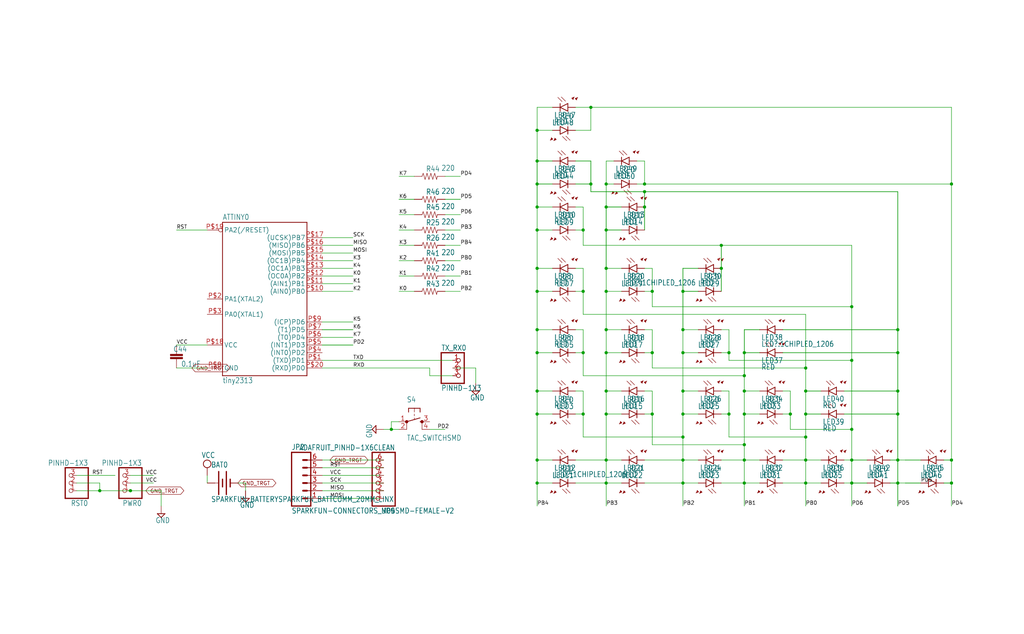
<source format=kicad_sch>
(kicad_sch (version 20250114) (generator "eeschema") (generator_version "9.0")
  (paper "User" 338.963 210.007)
  (junction (at 281.94 101.6))
  (junction (at 177.8 109.22))
  (junction (at 241.3 116.84))
  (junction (at 43.18 162.56))
  (junction (at 314.96 152.4))
  (junction (at 200.66 60.96))
  (junction (at 193.04 96.52))
  (junction (at 226.06 96.52))
  (junction (at 246.38 137.16))
  (junction (at 226.06 160.02))
  (junction (at 200.66 109.22))
  (junction (at 226.06 109.22))
  (junction (at 297.18 129.54))
  (junction (at 193.04 76.2))
  (junction (at 177.8 96.52))
  (junction (at 177.8 53.34))
  (junction (at 177.8 116.84))
  (junction (at 177.8 60.96))
  (junction (at 314.96 60.96))
  (junction (at 226.06 116.84))
  (junction (at 33.02 162.56))
  (junction (at 246.38 152.4))
  (junction (at 215.9 96.52))
  (junction (at 261.62 137.16))
  (junction (at 177.8 129.54))
  (junction (at 281.94 119.38))
  (junction (at 129.54 142.24))
  (junction (at 200.66 68.58))
  (junction (at 241.3 137.16))
  (junction (at 200.66 96.52))
  (junction (at 266.7 129.54))
  (junction (at 297.18 160.02))
  (junction (at 200.66 76.2))
  (junction (at 177.8 152.4))
  (junction (at 246.38 116.84))
  (junction (at 195.58 60.96))
  (junction (at 195.58 35.56))
  (junction (at 226.06 152.4))
  (junction (at 297.18 116.84))
  (junction (at 246.38 160.02))
  (junction (at 200.66 137.16))
  (junction (at 281.94 142.24))
  (junction (at 200.66 152.4))
  (junction (at 246.38 147.32))
  (junction (at 266.7 144.78))
  (junction (at 213.36 60.96))
  (junction (at 226.06 129.54))
  (junction (at 238.76 81.28))
  (junction (at 266.7 121.92))
  (junction (at 281.94 160.02))
  (junction (at 215.9 137.16))
  (junction (at 266.7 137.16))
  (junction (at 226.06 144.78))
  (junction (at 200.66 129.54))
  (junction (at 177.8 76.2))
  (junction (at 297.18 152.4))
  (junction (at 193.04 137.16))
  (junction (at 238.76 88.9))
  (junction (at 200.66 88.9))
  (junction (at 213.36 68.58))
  (junction (at 226.06 137.16))
  (junction (at 177.8 43.18))
  (junction (at 266.7 160.02))
  (junction (at 177.8 160.02))
  (junction (at 246.38 129.54))
  (junction (at 200.66 160.02))
  (junction (at 177.8 68.58))
  (junction (at 213.36 63.5))
  (junction (at 200.66 116.84))
  (junction (at 246.38 124.46))
  (junction (at 281.94 152.4))
  (junction (at 314.96 160.02))
  (junction (at 193.04 116.84))
  (junction (at 177.8 88.9))
  (junction (at 215.9 116.84))
  (junction (at 297.18 137.16))
  (junction (at 266.7 152.4))
  (junction (at 297.18 109.22))
  (junction (at 177.8 137.16))
  (wire (pts (xy 226.06 116.84) (xy 226.06 129.54)) (stroke (width 0.1524)))
  (wire (pts (xy 281.94 119.38) (xy 281.94 101.6)) (stroke (width 0.1524)))
  (wire (pts (xy 106.68 165.1) (xy 127 165.1)) (stroke (width 0.1524)))
  (wire (pts (xy 281.94 101.6) (xy 281.94 81.28)) (stroke (width 0.1524)))
  (wire (pts (xy 213.36 60.96) (xy 213.36 53.34)) (stroke (width 0.1524)))
  (wire (pts (xy 190.5 129.54) (xy 193.04 129.54)) (stroke (width 0.1524)))
  (wire (pts (xy 177.8 152.4) (xy 177.8 160.02)) (stroke (width 0.1524)))
  (wire (pts (xy 106.68 121.92) (xy 142.24 121.92)) (stroke (width 0.1524)))
  (wire (pts (xy 314.96 60.96) (xy 314.96 35.56)) (stroke (width 0.1524)))
  (wire (pts (xy 200.66 60.96) (xy 200.66 53.34)) (stroke (width 0.1524)))
  (wire (pts (xy 226.06 96.52) (xy 226.06 88.9)) (stroke (width 0.2032)))
  (wire (pts (xy 177.8 96.52) (xy 177.8 109.22)) (stroke (width 0.1524)))
  (wire (pts (xy 226.06 137.16) (xy 226.06 144.78)) (stroke (width 0.1524)))
  (wire (pts (xy 200.66 53.34) (xy 203.2 53.34)) (stroke (width 0.1524)))
  (wire (pts (xy 53.34 162.56) (xy 53.34 167.64)) (stroke (width 0.1524)))
  (wire (pts (xy 205.74 137.16) (xy 200.66 137.16)) (stroke (width 0.1524)))
  (wire (pts (xy 266.7 137.16) (xy 266.7 144.78)) (stroke (width 0.1524)))
  (wire (pts (xy 147.32 91.44) (xy 152.4 91.44)) (stroke (width 0.1524)))
  (wire (pts (xy 200.66 96.52) (xy 200.66 109.22)) (stroke (width 0.1524)))
  (wire (pts (xy 200.66 137.16) (xy 200.66 152.4)) (stroke (width 0.1524)))
  (wire (pts (xy 177.8 68.58) (xy 177.8 76.2)) (stroke (width 0.1524)))
  (wire (pts (xy 205.74 109.22) (xy 200.66 109.22)) (stroke (width 0.1524)))
  (wire (pts (xy 259.08 116.84) (xy 297.18 116.84)) (stroke (width 0.2032)))
  (wire (pts (xy 226.06 88.9) (xy 231.14 88.9)) (stroke (width 0.2032)))
  (wire (pts (xy 25.4 157.48) (xy 38.1 157.48)) (stroke (width 0.1524)))
  (wire (pts (xy 266.7 152.4) (xy 266.7 160.02)) (stroke (width 0.1524)))
  (wire (pts (xy 193.04 137.16) (xy 193.04 144.78)) (stroke (width 0.1524)))
  (wire (pts (xy 182.88 68.58) (xy 177.8 68.58)) (stroke (width 0.1524)))
  (wire (pts (xy 271.78 129.54) (xy 266.7 129.54)) (stroke (width 0.2032)))
  (wire (pts (xy 215.9 147.32) (xy 246.38 147.32)) (stroke (width 0.1524)))
  (wire (pts (xy 182.88 88.9) (xy 177.8 88.9)) (stroke (width 0.1524)))
  (wire (pts (xy 213.36 152.4) (xy 226.06 152.4)) (stroke (width 0.1524)))
  (wire (pts (xy 246.38 124.46) (xy 246.38 129.54)) (stroke (width 0.1524)))
  (wire (pts (xy 81.28 160.02) (xy 81.28 162.56)) (stroke (width 0.1524)))
  (wire (pts (xy 297.18 116.84) (xy 297.18 129.54)) (stroke (width 0.2032)))
  (wire (pts (xy 142.24 142.24) (xy 147.32 142.24)) (stroke (width 0.1524)))
  (wire (pts (xy 203.2 60.96) (xy 200.66 60.96)) (stroke (width 0.1524)))
  (wire (pts (xy 200.66 152.4) (xy 200.66 160.02)) (stroke (width 0.1524)))
  (wire (pts (xy 261.62 137.16) (xy 259.08 137.16)) (stroke (width 0.1524)))
  (wire (pts (xy 43.18 157.48) (xy 50.8 157.48)) (stroke (width 0.1524)))
  (wire (pts (xy 193.04 81.28) (xy 193.04 76.2)) (stroke (width 0.1524)))
  (wire (pts (xy 177.8 137.16) (xy 177.8 152.4)) (stroke (width 0.1524)))
  (wire (pts (xy 246.38 147.32) (xy 246.38 152.4)) (stroke (width 0.1524)))
  (wire (pts (xy 279.4 129.54) (xy 297.18 129.54)) (stroke (width 0.2032)))
  (wire (pts (xy 142.24 121.92) (xy 142.24 124.46)) (stroke (width 0.1524)))
  (wire (pts (xy 177.8 53.34) (xy 182.88 53.34)) (stroke (width 0.2032)))
  (wire (pts (xy 193.04 76.2) (xy 190.5 76.2)) (stroke (width 0.1524)))
  (wire (pts (xy 106.68 162.56) (xy 127 162.56)) (stroke (width 0.1524)))
  (wire (pts (xy 106.68 111.76) (xy 116.84 111.76)) (stroke (width 0.1524)))
  (wire (pts (xy 215.9 137.16) (xy 215.9 147.32)) (stroke (width 0.1524)))
  (wire (pts (xy 246.38 137.16) (xy 246.38 147.32)) (stroke (width 0.1524)))
  (wire (pts (xy 213.36 53.34) (xy 210.82 53.34)) (stroke (width 0.1524)))
  (wire (pts (xy 213.36 88.9) (xy 215.9 88.9)) (stroke (width 0.1524)))
  (wire (pts (xy 215.9 116.84) (xy 213.36 116.84)) (stroke (width 0.1524)))
  (wire (pts (xy 312.42 160.02) (xy 314.96 160.02)) (stroke (width 0.2032)))
  (wire (pts (xy 246.38 116.84) (xy 246.38 124.46)) (stroke (width 0.2032)))
  (wire (pts (xy 193.04 137.16) (xy 190.5 137.16)) (stroke (width 0.1524)))
  (wire (pts (xy 241.3 109.22) (xy 241.3 116.84)) (stroke (width 0.1524)))
  (wire (pts (xy 137.16 86.36) (xy 132.08 86.36)) (stroke (width 0.1524)))
  (wire (pts (xy 238.76 81.28) (xy 193.04 81.28)) (stroke (width 0.1524)))
  (wire (pts (xy 251.46 152.4) (xy 246.38 152.4)) (stroke (width 0.1524)))
  (wire (pts (xy 215.9 116.84) (xy 215.9 121.92)) (stroke (width 0.1524)))
  (wire (pts (xy 193.04 88.9) (xy 193.04 96.52)) (stroke (width 0.1524)))
  (wire (pts (xy 193.04 144.78) (xy 226.06 144.78)) (stroke (width 0.1524)))
  (wire (pts (xy 259.08 129.54) (xy 261.62 129.54)) (stroke (width 0.1524)))
  (wire (pts (xy 297.18 137.16) (xy 297.18 152.4)) (stroke (width 0.2032)))
  (wire (pts (xy 137.16 76.2) (xy 132.08 76.2)) (stroke (width 0.1524)))
  (wire (pts (xy 314.96 160.02) (xy 314.96 167.64)) (stroke (width 0.1524)))
  (wire (pts (xy 106.68 154.94) (xy 127 154.94)) (stroke (width 0.1524)))
  (wire (pts (xy 195.58 43.18) (xy 195.58 35.56)) (stroke (width 0.1524)))
  (wire (pts (xy 193.04 96.52) (xy 190.5 96.52)) (stroke (width 0.1524)))
  (wire (pts (xy 106.68 152.4) (xy 127 152.4)) (stroke (width 0.1524)))
  (wire (pts (xy 195.58 60.96) (xy 195.58 63.5)) (stroke (width 0.2032)))
  (wire (pts (xy 238.76 160.02) (xy 246.38 160.02)) (stroke (width 0.1524)))
  (wire (pts (xy 215.9 101.6) (xy 281.94 101.6)) (stroke (width 0.1524)))
  (wire (pts (xy 200.66 109.22) (xy 200.66 116.84)) (stroke (width 0.1524)))
  (wire (pts (xy 25.4 160.02) (xy 33.02 160.02)) (stroke (width 0.1524)))
  (wire (pts (xy 137.16 96.52) (xy 132.08 96.52)) (stroke (width 0.1524)))
  (wire (pts (xy 215.9 129.54) (xy 215.9 137.16)) (stroke (width 0.1524)))
  (wire (pts (xy 137.16 66.04) (xy 132.08 66.04)) (stroke (width 0.2032)))
  (wire (pts (xy 106.68 93.98) (xy 116.84 93.98)) (stroke (width 0.1524)))
  (wire (pts (xy 246.38 129.54) (xy 246.38 137.16)) (stroke (width 0.1524)))
  (wire (pts (xy 106.68 81.28) (xy 116.84 81.28)) (stroke (width 0.1524)))
  (wire (pts (xy 226.06 152.4) (xy 226.06 160.02)) (stroke (width 0.1524)))
  (wire (pts (xy 231.14 109.22) (xy 226.06 109.22)) (stroke (width 0.1524)))
  (wire (pts (xy 147.32 86.36) (xy 152.4 86.36)) (stroke (width 0.1524)))
  (wire (pts (xy 25.4 162.56) (xy 33.02 162.56)) (stroke (width 0.1524)))
  (wire (pts (xy 68.58 157.48) (xy 68.58 160.02)) (stroke (width 0.1524)))
  (wire (pts (xy 312.42 152.4) (xy 314.96 152.4)) (stroke (width 0.2032)))
  (wire (pts (xy 297.18 152.4) (xy 297.18 160.02)) (stroke (width 0.2032)))
  (wire (pts (xy 68.58 114.3) (xy 58.42 114.3)) (stroke (width 0.1524)))
  (wire (pts (xy 213.36 160.02) (xy 226.06 160.02)) (stroke (width 0.1524)))
  (wire (pts (xy 238.76 129.54) (xy 241.3 129.54)) (stroke (width 0.1524)))
  (wire (pts (xy 246.38 160.02) (xy 246.38 167.64)) (stroke (width 0.1524)))
  (wire (pts (xy 281.94 81.28) (xy 238.76 81.28)) (stroke (width 0.1524)))
  (wire (pts (xy 297.18 160.02) (xy 299.72 160.02)) (stroke (width 0.1524)))
  (wire (pts (xy 297.18 109.22) (xy 297.18 116.84)) (stroke (width 0.2032)))
  (wire (pts (xy 279.4 137.16) (xy 297.18 137.16)) (stroke (width 0.2032)))
  (wire (pts (xy 261.62 142.24) (xy 281.94 142.24)) (stroke (width 0.1524)))
  (wire (pts (xy 294.64 152.4) (xy 297.18 152.4)) (stroke (width 0.2032)))
  (wire (pts (xy 193.04 129.54) (xy 193.04 137.16)) (stroke (width 0.1524)))
  (wire (pts (xy 246.38 152.4) (xy 246.38 160.02)) (stroke (width 0.1524)))
  (wire (pts (xy 279.4 152.4) (xy 281.94 152.4)) (stroke (width 0.1524)))
  (wire (pts (xy 281.94 160.02) (xy 287.02 160.02)) (stroke (width 0.2032)))
  (wire (pts (xy 190.5 43.18) (xy 195.58 43.18)) (stroke (width 0.1524)))
  (wire (pts (xy 215.9 96.52) (xy 215.9 101.6)) (stroke (width 0.1524)))
  (wire (pts (xy 147.32 58.42) (xy 152.4 58.42)) (stroke (width 0.1524)))
  (wire (pts (xy 68.58 121.92) (xy 58.42 121.92)) (stroke (width 0.1524)))
  (wire (pts (xy 215.9 88.9) (xy 215.9 96.52)) (stroke (width 0.1524)))
  (wire (pts (xy 281.94 142.24) (xy 281.94 119.38)) (stroke (width 0.1524)))
  (wire (pts (xy 314.96 152.4) (xy 314.96 160.02)) (stroke (width 0.1524)))
  (wire (pts (xy 193.04 116.84) (xy 190.5 116.84)) (stroke (width 0.1524)))
  (wire (pts (xy 177.8 160.02) (xy 177.8 167.64)) (stroke (width 0.1524)))
  (wire (pts (xy 281.94 152.4) (xy 281.94 160.02)) (stroke (width 0.1524)))
  (wire (pts (xy 106.68 96.52) (xy 116.84 96.52)) (stroke (width 0.1524)))
  (wire (pts (xy 193.04 124.46) (xy 246.38 124.46)) (stroke (width 0.1524)))
  (wire (pts (xy 297.18 129.54) (xy 297.18 137.16)) (stroke (width 0.2032)))
  (wire (pts (xy 238.76 96.52) (xy 238.76 88.9)) (stroke (width 0.2032)))
  (wire (pts (xy 177.8 60.96) (xy 177.8 53.34)) (stroke (width 0.2032)))
  (wire (pts (xy 231.14 137.16) (xy 226.06 137.16)) (stroke (width 0.1524)))
  (wire (pts (xy 182.88 96.52) (xy 177.8 96.52)) (stroke (width 0.1524)))
  (wire (pts (xy 231.14 152.4) (xy 226.06 152.4)) (stroke (width 0.1524)))
  (wire (pts (xy 231.14 129.54) (xy 226.06 129.54)) (stroke (width 0.1524)))
  (wire (pts (xy 241.3 116.84) (xy 238.76 116.84)) (stroke (width 0.1524)))
  (wire (pts (xy 241.3 116.84) (xy 241.3 119.38)) (stroke (width 0.1524)))
  (wire (pts (xy 147.32 66.04) (xy 152.4 66.04)) (stroke (width 0.2032)))
  (wire (pts (xy 106.68 106.68) (xy 116.84 106.68)) (stroke (width 0.1524)))
  (wire (pts (xy 226.06 109.22) (xy 226.06 96.52)) (stroke (width 0.2032)))
  (wire (pts (xy 226.06 144.78) (xy 226.06 152.4)) (stroke (width 0.1524)))
  (wire (pts (xy 251.46 129.54) (xy 246.38 129.54)) (stroke (width 0.1524)))
  (wire (pts (xy 177.8 43.18) (xy 177.8 35.56)) (stroke (width 0.1524)))
  (wire (pts (xy 182.88 43.18) (xy 177.8 43.18)) (stroke (width 0.1524)))
  (wire (pts (xy 33.02 160.02) (xy 33.02 162.56)) (stroke (width 0.1524)))
  (wire (pts (xy 213.36 68.58) (xy 213.36 63.5)) (stroke (width 0.2032)))
  (wire (pts (xy 177.8 76.2) (xy 177.8 88.9)) (stroke (width 0.1524)))
  (wire (pts (xy 266.7 121.92) (xy 266.7 129.54)) (stroke (width 0.1524)))
  (wire (pts (xy 190.5 152.4) (xy 200.66 152.4)) (stroke (width 0.1524)))
  (wire (pts (xy 182.88 76.2) (xy 177.8 76.2)) (stroke (width 0.1524)))
  (wire (pts (xy 200.66 88.9) (xy 205.74 88.9)) (stroke (width 0.1524)))
  (wire (pts (xy 182.88 129.54) (xy 177.8 129.54)) (stroke (width 0.1524)))
  (wire (pts (xy 271.78 160.02) (xy 266.7 160.02)) (stroke (width 0.1524)))
  (wire (pts (xy 287.02 152.4) (xy 281.94 152.4)) (stroke (width 0.2032)))
  (wire (pts (xy 147.32 76.2) (xy 152.4 76.2)) (stroke (width 0.1524)))
  (wire (pts (xy 43.18 160.02) (xy 50.8 160.02)) (stroke (width 0.1524)))
  (wire (pts (xy 68.58 76.2) (xy 58.42 76.2)) (stroke (width 0.1524)))
  (wire (pts (xy 241.3 129.54) (xy 241.3 137.16)) (stroke (width 0.1524)))
  (wire (pts (xy 210.82 60.96) (xy 213.36 60.96)) (stroke (width 0.1524)))
  (wire (pts (xy 226.06 129.54) (xy 226.06 137.16)) (stroke (width 0.1524)))
  (wire (pts (xy 129.54 139.7) (xy 129.54 142.24)) (stroke (width 0.1524)))
  (wire (pts (xy 299.72 152.4) (xy 297.18 152.4)) (stroke (width 0.1524)))
  (wire (pts (xy 182.88 152.4) (xy 177.8 152.4)) (stroke (width 0.1524)))
  (wire (pts (xy 177.8 116.84) (xy 177.8 129.54)) (stroke (width 0.1524)))
  (wire (pts (xy 177.8 53.34) (xy 177.8 43.18)) (stroke (width 0.1524)))
  (wire (pts (xy 271.78 152.4) (xy 266.7 152.4)) (stroke (width 0.1524)))
  (wire (pts (xy 271.78 137.16) (xy 266.7 137.16)) (stroke (width 0.2032)))
  (wire (pts (xy 137.16 71.12) (xy 132.08 71.12)) (stroke (width 0.1524)))
  (wire (pts (xy 251.46 109.22) (xy 246.38 109.22)) (stroke (width 0.2032)))
  (wire (pts (xy 205.74 116.84) (xy 200.66 116.84)) (stroke (width 0.1524)))
  (wire (pts (xy 106.68 157.48) (xy 127 157.48)) (stroke (width 0.1524)))
  (wire (pts (xy 193.04 104.14) (xy 266.7 104.14)) (stroke (width 0.1524)))
  (wire (pts (xy 147.32 81.28) (xy 152.4 81.28)) (stroke (width 0.1524)))
  (wire (pts (xy 129.54 142.24) (xy 127 142.24)) (stroke (width 0.1524)))
  (wire (pts (xy 106.68 78.74) (xy 116.84 78.74)) (stroke (width 0.1524)))
  (wire (pts (xy 200.66 160.02) (xy 200.66 167.64)) (stroke (width 0.1524)))
  (wire (pts (xy 238.76 88.9) (xy 238.76 81.28)) (stroke (width 0.2032)))
  (wire (pts (xy 259.08 152.4) (xy 266.7 152.4)) (stroke (width 0.1524)))
  (wire (pts (xy 266.7 144.78) (xy 266.7 152.4)) (stroke (width 0.1524)))
  (wire (pts (xy 182.88 160.02) (xy 177.8 160.02)) (stroke (width 0.1524)))
  (wire (pts (xy 132.08 91.44) (xy 137.16 91.44)) (stroke (width 0.1524)))
  (wire (pts (xy 200.66 129.54) (xy 200.66 137.16)) (stroke (width 0.1524)))
  (wire (pts (xy 182.88 137.16) (xy 177.8 137.16)) (stroke (width 0.1524)))
  (wire (pts (xy 106.68 91.44) (xy 116.84 91.44)) (stroke (width 0.1524)))
  (wire (pts (xy 200.66 129.54) (xy 205.74 129.54)) (stroke (width 0.1524)))
  (wire (pts (xy 132.08 139.7) (xy 129.54 139.7)) (stroke (width 0.1524)))
  (wire (pts (xy 193.04 116.84) (xy 193.04 124.46)) (stroke (width 0.1524)))
  (wire (pts (xy 238.76 109.22) (xy 241.3 109.22)) (stroke (width 0.1524)))
  (wire (pts (xy 266.7 160.02) (xy 266.7 167.64)) (stroke (width 0.1524)))
  (wire (pts (xy 182.88 60.96) (xy 177.8 60.96)) (stroke (width 0.2032)))
  (wire (pts (xy 215.9 137.16) (xy 213.36 137.16)) (stroke (width 0.1524)))
  (wire (pts (xy 251.46 116.84) (xy 246.38 116.84)) (stroke (width 0.2032)))
  (wire (pts (xy 106.68 83.82) (xy 116.84 83.82)) (stroke (width 0.1524)))
  (wire (pts (xy 294.64 160.02) (xy 297.18 160.02)) (stroke (width 0.2032)))
  (wire (pts (xy 190.5 53.34) (xy 195.58 53.34)) (stroke (width 0.2032)))
  (wire (pts (xy 195.58 53.34) (xy 195.58 60.96)) (stroke (width 0.2032)))
  (wire (pts (xy 106.68 109.22) (xy 116.84 109.22)) (stroke (width 0.2032)))
  (wire (pts (xy 297.18 63.5) (xy 297.18 109.22)) (stroke (width 0.2032)))
  (wire (pts (xy 205.74 96.52) (xy 200.66 96.52)) (stroke (width 0.1524)))
  (wire (pts (xy 106.68 86.36) (xy 116.84 86.36)) (stroke (width 0.1524)))
  (wire (pts (xy 157.48 121.92) (xy 157.48 127)) (stroke (width 0.1524)))
  (wire (pts (xy 200.66 116.84) (xy 200.66 129.54)) (stroke (width 0.1524)))
  (wire (pts (xy 231.14 96.52) (xy 226.06 96.52)) (stroke (width 0.2032)))
  (wire (pts (xy 200.66 88.9) (xy 200.66 76.2)) (stroke (width 0.2032)))
  (wire (pts (xy 177.8 35.56) (xy 182.88 35.56)) (stroke (width 0.1524)))
  (wire (pts (xy 193.04 109.22) (xy 193.04 116.84)) (stroke (width 0.1524)))
  (wire (pts (xy 43.18 162.56) (xy 53.34 162.56)) (stroke (width 0.1524)))
  (wire (pts (xy 226.06 160.02) (xy 226.06 167.64)) (stroke (width 0.1524)))
  (wire (pts (xy 106.68 114.3) (xy 116.84 114.3)) (stroke (width 0.2032)))
  (wire (pts (xy 78.74 160.02) (xy 81.28 160.02)) (stroke (width 0.1524)))
  (wire (pts (xy 281.94 152.4) (xy 281.94 142.24)) (stroke (width 0.1524)))
  (wire (pts (xy 266.7 129.54) (xy 266.7 137.16)) (stroke (width 0.1524)))
  (wire (pts (xy 241.3 119.38) (xy 281.94 119.38)) (stroke (width 0.1524)))
  (wire (pts (xy 147.32 96.52) (xy 152.4 96.52)) (stroke (width 0.1524)))
  (wire (pts (xy 147.32 71.12) (xy 152.4 71.12)) (stroke (width 0.1524)))
  (wire (pts (xy 195.58 63.5) (xy 213.36 63.5)) (stroke (width 0.2032)))
  (wire (pts (xy 259.08 160.02) (xy 266.7 160.02)) (stroke (width 0.1524)))
  (wire (pts (xy 281.94 160.02) (xy 279.4 160.02)) (stroke (width 0.1524)))
  (wire (pts (xy 231.14 160.02) (xy 226.06 160.02)) (stroke (width 0.1524)))
  (wire (pts (xy 226.06 109.22) (xy 226.06 116.84)) (stroke (width 0.1524)))
  (wire (pts (xy 241.3 144.78) (xy 266.7 144.78)) (stroke (width 0.1524)))
  (wire (pts (xy 259.08 109.22) (xy 297.18 109.22)) (stroke (width 0.2032)))
  (wire (pts (xy 190.5 160.02) (xy 200.66 160.02)) (stroke (width 0.1524)))
  (wire (pts (xy 215.9 121.92) (xy 266.7 121.92)) (stroke (width 0.1524)))
  (wire (pts (xy 251.46 137.16) (xy 246.38 137.16)) (stroke (width 0.1524)))
  (wire (pts (xy 190.5 60.96) (xy 195.58 60.96)) (stroke (width 0.2032)))
  (wire (pts (xy 238.76 152.4) (xy 246.38 152.4)) (stroke (width 0.1524)))
  (wire (pts (xy 182.88 116.84) (xy 177.8 116.84)) (stroke (width 0.1524)))
  (wire (pts (xy 177.8 129.54) (xy 177.8 137.16)) (stroke (width 0.1524)))
  (wire (pts (xy 33.02 162.56) (xy 43.18 162.56)) (stroke (width 0.1524)))
  (wire (pts (xy 132.08 142.24) (xy 129.54 142.24)) (stroke (width 0.1524)))
  (wire (pts (xy 177.8 88.9) (xy 177.8 96.52)) (stroke (width 0.1524)))
  (wire (pts (xy 149.86 121.92) (xy 157.48 121.92)) (stroke (width 0.1524)))
  (wire (pts (xy 177.8 109.22) (xy 177.8 116.84)) (stroke (width 0.1524)))
  (wire (pts (xy 304.8 152.4) (xy 299.72 152.4)) (stroke (width 0.2032)))
  (wire (pts (xy 190.5 88.9) (xy 193.04 88.9)) (stroke (width 0.1524)))
  (wire (pts (xy 213.36 63.5) (xy 297.18 63.5)) (stroke (width 0.2032)))
  (wire (pts (xy 213.36 129.54) (xy 215.9 129.54)) (stroke (width 0.1524)))
  (wire (pts (xy 281.94 160.02) (xy 281.94 167.64)) (stroke (width 0.1524)))
  (wire (pts (xy 137.16 81.28) (xy 132.08 81.28)) (stroke (width 0.1524)))
  (wire (pts (xy 200.66 88.9) (xy 200.66 96.52)) (stroke (width 0.1524)))
  (wire (pts (xy 241.3 137.16) (xy 241.3 144.78)) (stroke (width 0.1524)))
  (wire (pts (xy 137.16 58.42) (xy 132.08 58.42)) (stroke (width 0.1524)))
  (wire (pts (xy 205.74 76.2) (xy 200.66 76.2)) (stroke (width 0.2032)))
  (wire (pts (xy 200.66 68.58) (xy 200.66 60.96)) (stroke (width 0.1524)))
  (wire (pts (xy 190.5 109.22) (xy 193.04 109.22)) (stroke (width 0.1524)))
  (wire (pts (xy 200.66 76.2) (xy 200.66 68.58)) (stroke (width 0.2032)))
  (wire (pts (xy 182.88 109.22) (xy 177.8 109.22)) (stroke (width 0.1524)))
  (wire (pts (xy 231.14 116.84) (xy 226.06 116.84)) (stroke (width 0.1524)))
  (wire (pts (xy 106.68 119.38) (xy 149.86 119.38)) (stroke (width 0.1524)))
  (wire (pts (xy 177.8 68.58) (xy 177.8 60.96)) (stroke (width 0.2032)))
  (wire (pts (xy 195.58 35.56) (xy 190.5 35.56)) (stroke (width 0.1524)))
  (wire (pts (xy 215.9 96.52) (xy 213.36 96.52)) (stroke (width 0.1524)))
  (wire (pts (xy 297.18 160.02) (xy 297.18 167.64)) (stroke (width 0.2032)))
  (wire (pts (xy 213.36 60.96) (xy 314.96 60.96)) (stroke (width 0.1524)))
  (wire (pts (xy 251.46 160.02) (xy 246.38 160.02)) (stroke (width 0.1524)))
  (wire (pts (xy 193.04 96.52) (xy 193.04 104.14)) (stroke (width 0.1524)))
  (wire (pts (xy 193.04 68.58) (xy 193.04 76.2)) (stroke (width 0.1524)))
  (wire (pts (xy 205.74 160.02) (xy 200.66 160.02)) (stroke (width 0.1524)))
  (wire (pts (xy 314.96 152.4) (xy 314.96 60.96)) (stroke (width 0.1524)))
  (wire (pts (xy 314.96 35.56) (xy 195.58 35.56)) (stroke (width 0.1524)))
  (wire (pts (xy 213.36 76.2) (xy 213.36 68.58)) (stroke (width 0.2032)))
  (wire (pts (xy 261.62 129.54) (xy 261.62 137.16)) (stroke (width 0.1524)))
  (wire (pts (xy 106.68 88.9) (xy 116.84 88.9)) (stroke (width 0.1524)))
  (wire (pts (xy 200.66 152.4) (xy 205.74 152.4)) (stroke (width 0.1524)))
  (wire (pts (xy 200.66 68.58) (xy 205.74 68.58)) (stroke (width 0.2032)))
  (wire (pts (xy 215.9 109.22) (xy 215.9 116.84)) (stroke (width 0.1524)))
  (wire (pts (xy 246.38 109.22) (xy 246.38 116.84)) (stroke (width 0.2032)))
  (wire (pts (xy 213.36 109.22) (xy 215.9 109.22)) (stroke (width 0.1524)))
  (wire (pts (xy 106.68 160.02) (xy 127 160.02)) (stroke (width 0.1524)))
  (wire (pts (xy 241.3 137.16) (xy 238.76 137.16)) (stroke (width 0.1524)))
  (wire (pts (xy 261.62 137.16) (xy 261.62 142.24)) (stroke (width 0.1524)))
  (wire (pts (xy 190.5 68.58) (xy 193.04 68.58)) (stroke (width 0.1524)))
  (wire (pts (xy 142.24 124.46) (xy 149.86 124.46)) (stroke (width 0.1524)))
  (wire (pts (xy 266.7 104.14) (xy 266.7 121.92)) (stroke (width 0.1524)))
  (wire (pts (xy 299.72 160.02) (xy 304.8 160.02)) (stroke (width 0.2032)))
  (label "RST" (at 30.48 157.48 0) (effects (font (size 1.2446 1.2446))))
  (label "PD4" (at 152.4 58.42 0) (effects (font (size 1.2446 1.2446))))
  (label "K2" (at 116.84 96.52 0) (effects (font (size 1.2446 1.2446))))
  (label "PB1" (at 152.4 91.44 0) (effects (font (size 1.2446 1.2446))))
  (label "K4" (at 132.08 76.2 0) (effects (font (size 1.2446 1.2446))))
  (label "K7" (at 132.08 58.42 0) (effects (font (size 1.2446 1.2446))))
  (label "PB3" (at 200.66 167.64 0) (effects (font (size 1.2446 1.2446))))
  (label "PD5" (at 152.4 66.04 0) (effects (font (size 1.2446 1.2446))))
  (label "MOSI" (at 109.22 165.1 0) (effects (font (size 1.2446 1.2446))))
  (label "VCC" (at 48.26 157.48 0) (effects (font (size 1.2446 1.2446))))
  (label "MOSI" (at 116.84 83.82 0) (effects (font (size 1.2446 1.2446))))
  (label "TXD" (at 116.84 119.38 0) (effects (font (size 1.2446 1.2446))))
  (label "K5" (at 132.08 71.12 0) (effects (font (size 1.2446 1.2446))))
  (label "PB1" (at 246.38 167.64 0) (effects (font (size 1.2446 1.2446))))
  (label "MISO" (at 109.22 162.56 0) (effects (font (size 1.2446 1.2446))))
  (label "VCC" (at 48.26 160.02 0) (effects (font (size 1.2446 1.2446))))
  (label "K6" (at 116.84 109.22 0) (effects (font (size 1.2446 1.2446))))
  (label "PD5" (at 304.8 160.02 0) (effects (font (size 1.2446 1.2446))))
  (label "SCK" (at 109.22 160.02 0) (effects (font (size 1.2446 1.2446))))
  (label "PD2" (at 144.78 142.24 0) (effects (font (size 1.2446 1.2446))))
  (label "K6" (at 132.08 66.04 0) (effects (font (size 1.2446 1.2446))))
  (label "K4" (at 116.84 88.9 0) (effects (font (size 1.2446 1.2446))))
  (label "PB0" (at 266.7 167.64 0) (effects (font (size 1.2446 1.2446))))
  (label "PD5" (at 297.18 167.64 0))
  (label "K7" (at 116.84 111.76 0) (effects (font (size 1.2446 1.2446))))
  (label "PD6" (at 152.4 71.12 0) (effects (font (size 1.2446 1.2446))))
  (label "VCC" (at 58.42 114.3 0) (effects (font (size 1.2446 1.2446))))
  (label "K1" (at 116.84 93.98 0) (effects (font (size 1.2446 1.2446))))
  (label "K0" (at 132.08 96.52 0) (effects (font (size 1.2446 1.2446))))
  (label "K3" (at 132.08 81.28 0) (effects (font (size 1.2446 1.2446))))
  (label "PB0" (at 152.4 86.36 0) (effects (font (size 1.2446 1.2446))))
  (label "PB2" (at 226.06 167.64 0) (effects (font (size 1.2446 1.2446))))
  (label "K3" (at 116.84 86.36 0) (effects (font (size 1.2446 1.2446))))
  (label "PB4" (at 177.8 167.64 0) (effects (font (size 1.2446 1.2446))))
  (label "RST" (at 58.42 76.2 0) (effects (font (size 1.2446 1.2446))))
  (label "K0" (at 116.84 91.44 0) (effects (font (size 1.2446 1.2446))))
  (label "RST" (at 109.22 154.94 0) (effects (font (size 1.2446 1.2446))))
  (label "VCC" (at 109.22 157.48 0) (effects (font (size 1.2446 1.2446))))
  (label "PB3" (at 152.4 76.2 0) (effects (font (size 1.2446 1.2446))))
  (label "PB2" (at 152.4 96.52 0) (effects (font (size 1.2446 1.2446))))
  (label "PD2" (at 116.84 114.3 0) (effects (font (size 1.2446 1.2446))))
  (label "K2" (at 132.08 86.36 0) (effects (font (size 1.2446 1.2446))))
  (label "PD6" (at 281.94 167.64 0) (effects (font (size 1.2446 1.2446))))
  (label "SCK" (at 116.84 78.74 0) (effects (font (size 1.2446 1.2446))))
  (label "PB4" (at 152.4 81.28 0) (effects (font (size 1.2446 1.2446))))
  (label "MISO" (at 116.84 81.28 0) (effects (font (size 1.2446 1.2446))))
  (label "K5" (at 116.84 106.68 0) (effects (font (size 1.2446 1.2446))))
  (label "PD4" (at 314.96 167.64 0) (effects (font (size 1.2446 1.2446))))
  (label "K1" (at 132.08 91.44 0) (effects (font (size 1.2446 1.2446))))
  (label "RXD" (at 116.84 121.92 0) (effects (font (size 1.2446 1.2446))))
  (global_label "GND_TRGT" (shape bidirectional) (at 78.74 160.02 0) (effects (font (size 1.2446 1.2446))) (property "Intersheetrefs" "${INTERSHEET_REFS}" (effects (hide yes))))
  (global_label "GND_TRGT" (shape bidirectional) (at 48.26 162.56 0) (effects (font (size 1.2446 1.2446))) (property "Intersheetrefs" "${INTERSHEET_REFS}" (effects (hide yes))))
  (global_label "GND_TRGT" (shape bidirectional) (at 63.5 121.92 0) (effects (font (size 1.2446 1.2446))) (property "Intersheetrefs" "${INTERSHEET_REFS}" (effects (hide yes))))
  (global_label "GND_TRGT" (shape bidirectional) (at 109.22 152.4 0) (effects (font (size 1.2446 1.2446))) (property "Intersheetrefs" "${INTERSHEET_REFS}" (effects (hide yes))))
  (symbol (lib_id "L1_2025_v1.4-eagle-import:LED?{colon}1CHIPLED_1206") (at 254 160.02 90) (unit 1)
    (property "Reference" "LED31" (at 258.572 156.464 90) (effects (font (size 1.778 1.5113)) (justify left bottom)))
    (property "Value" "RED" (at 258.572 154.305 90) (effects (font (size 1.778 1.5113)) (justify left bottom)))
    (property "Footprint" "L1_2025_v1.4:CHIPLED_1206" (effects (hide yes)))
  )
  (symbol (lib_id "L1_2025_v1.4-eagle-import:LED?{colon}1CHIPLED_1206") (at 208.28 137.16 90) (unit 1)
    (property "Reference" "LED15" (at 212.852 133.604 90) (effects (font (size 1.778 1.5113)) (justify left bottom)))
    (property "Value" "RED" (at 212.852 131.445 90) (effects (font (size 1.778 1.5113)) (justify left bottom)))
    (property "Footprint" "L1_2025_v1.4:CHIPLED_1206" (effects (hide yes)))
  )
  (symbol (lib_id "L1_2025_v1.4-eagle-import:LED?{colon}1CHIPLED_1206") (at 187.96 53.34 270) (unit 1)
    (property "Reference" "LED43" (at 183.388 56.896 90) (effects (font (size 1.778 1.5113)) (justify left bottom)))
    (property "Value" "RED" (at 183.388 59.055 90) (effects (font (size 1.778 1.5113)) (justify left bottom)))
    (property "Footprint" "L1_2025_v1.4:CHIPLED_1206" (effects (hide yes)))
  )
  (symbol (lib_id "L1_2025_v1.4-eagle-import:LED?{colon}1CHIPLED_1206") (at 292.1 152.4 270) (unit 1)
    (property "Reference" "LED42" (at 287.528 155.956 90) (effects (font (size 1.778 1.5113)) (justify left bottom)))
    (property "Value" "RED" (at 287.528 158.115 90) (effects (font (size 1.778 1.5113)) (justify left bottom)))
    (property "Footprint" "L1_2025_v1.4:CHIPLED_1206" (effects (hide yes)))
  )
  (symbol (lib_id "L1_2025_v1.4-eagle-import:LED?{colon}1CHIPLED_1206") (at 276.86 152.4 270) (unit 1)
    (property "Reference" "LED36" (at 272.288 155.956 90) (effects (font (size 1.778 1.5113)) (justify left bottom)))
    (property "Value" "RED" (at 272.288 158.115 90) (effects (font (size 1.778 1.5113)) (justify left bottom)))
    (property "Footprint" "L1_2025_v1.4:CHIPLED_1206" (effects (hide yes)))
  )
  (symbol (lib_id "L1_2025_v1.4-eagle-import:LED?{colon}1CHIPLED_1206") (at 276.86 129.54 270) (unit 1)
    (property "Reference" "LED40" (at 272.288 133.096 90) (effects (font (size 1.778 1.5113)) (justify left bottom)))
    (property "Value" "RED" (at 272.288 135.255 90) (effects (font (size 1.778 1.5113)) (justify left bottom)))
    (property "Footprint" "L1_2025_v1.4:CHIPLED_1206" (effects (hide yes)))
  )
  (symbol (lib_id "L1_2025_v1.4-eagle-import:PINHD-1X3") (at 40.64 160.02 180) (unit 1)
    (property "Reference" "PWR0" (at 46.99 165.735 0) (effects (font (size 1.778 1.5113)) (justify left bottom)))
    (property "Value" "PINHD-1X3" (at 46.99 152.4 0) (effects (font (size 1.778 1.5113)) (justify left bottom)))
    (property "Footprint" "L1_2025_v1.4:1X03" (effects (hide yes)))
  )
  (symbol (lib_id "L1_2025_v1.4-eagle-import:LED?{colon}1CHIPLED_1206") (at 233.68 116.84 90) (unit 1)
    (property "Reference" "LED27" (at 238.252 113.284 90) (effects (font (size 1.778 1.5113)) (justify left bottom)))
    (property "Value" "RED" (at 238.252 111.125 90) (effects (font (size 1.778 1.5113)) (justify left bottom)))
    (property "Footprint" "L1_2025_v1.4:CHIPLED_1206" (effects (hide yes)))
  )
  (symbol (lib_id "L1_2025_v1.4-eagle-import:LED?{colon}1CHIPLED_1206") (at 276.86 137.16 270) (unit 1)
    (property "Reference" "LED39" (at 272.288 140.716 90) (effects (font (size 1.778 1.5113)) (justify left bottom)))
    (property "Value" "RED" (at 272.288 142.875 90) (effects (font (size 1.778 1.5113)) (justify left bottom)))
    (property "Footprint" "L1_2025_v1.4:CHIPLED_1206" (effects (hide yes)))
  )
  (symbol (lib_id "L1_2025_v1.4-eagle-import:RESISTOR") (at 142.24 91.44 0) (unit 1)
    (property "Reference" "R42" (at 140.97 89.9414 0) (effects (font (size 1.778 1.5113)) (justify left bottom)))
    (property "Value" "220" (at 146.05 89.662 0) (effects (font (size 1.778 1.5113)) (justify left bottom)))
    (property "Footprint" "L1_2025_v1.4:0805" (effects (hide yes)))
  )
  (symbol (lib_id "L1_2025_v1.4-eagle-import:LED?{colon}1CHIPLED_1206") (at 205.74 60.96 90) (unit 1)
    (property "Reference" "LED50" (at 210.312 57.404 90) (effects (font (size 1.778 1.5113)) (justify left bottom)))
    (property "Value" "RED" (at 210.312 55.245 90) (effects (font (size 1.778 1.5113)) (justify left bottom)))
    (property "Footprint" "L1_2025_v1.4:CHIPLED_1206" (effects (hide yes)))
  )
  (symbol (lib_id "L1_2025_v1.4-eagle-import:GND") (at 157.48 129.54 0) (unit 1)
    (property "Reference" "#SUPPLY3" (effects (hide yes)))
    (property "Value" "GND" (at 155.575 132.715 0) (effects (font (size 1.778 1.5113)) (justify left bottom)))
  )
  (symbol (lib_id "L1_2025_v1.4-eagle-import:RESISTOR") (at 142.24 66.04 0) (unit 1)
    (property "Reference" "R46" (at 140.97 64.5414 0) (effects (font (size 1.778 1.5113)) (justify left bottom)))
    (property "Value" "220" (at 146.05 64.262 0) (effects (font (size 1.778 1.5113)) (justify left bottom)))
    (property "Footprint" "L1_2025_v1.4:0805" (effects (hide yes)))
  )
  (symbol (lib_id "L1_2025_v1.4-eagle-import:LED?{colon}1CHIPLED_1206") (at 256.54 116.84 270) (unit 1)
    (property "Reference" "LED37" (at 251.968 120.396 90) (effects (font (size 1.778 1.5113)) (justify left bottom)))
    (property "Value" "RED" (at 251.968 122.555 90) (effects (font (size 1.778 1.5113)) (justify left bottom)))
    (property "Footprint" "L1_2025_v1.4:CHIPLED_1206" (effects (hide yes)))
  )
  (symbol (lib_id "L1_2025_v1.4-eagle-import:LED?{colon}1CHIPLED_1206") (at 185.42 160.02 90) (unit 1)
    (property "Reference" "LED11" (at 189.992 156.464 90) (effects (font (size 1.778 1.5113)) (justify left bottom)))
    (property "Value" "RED" (at 189.992 154.305 90) (effects (font (size 1.778 1.5113)) (justify left bottom)))
    (property "Footprint" "L1_2025_v1.4:CHIPLED_1206" (effects (hide yes)))
  )
  (symbol (lib_id "L1_2025_v1.4-eagle-import:LED?{colon}1CHIPLED_1206") (at 185.42 137.16 90) (unit 1)
    (property "Reference" "LED3" (at 189.992 133.604 90) (effects (font (size 1.778 1.5113)) (justify left bottom)))
    (property "Value" "RED" (at 189.992 131.445 90) (effects (font (size 1.778 1.5113)) (justify left bottom)))
    (property "Footprint" "L1_2025_v1.4:CHIPLED_1206" (effects (hide yes)))
  )
  (symbol (lib_id "L1_2025_v1.4-eagle-import:LED?{colon}1CHIPLED_1206") (at 256.54 129.54 270) (unit 1)
    (property "Reference" "LED34" (at 251.968 133.096 90) (effects (font (size 1.778 1.5113)) (justify left bottom)))
    (property "Value" "RED" (at 251.968 135.255 90) (effects (font (size 1.778 1.5113)) (justify left bottom)))
    (property "Footprint" "L1_2025_v1.4:CHIPLED_1206" (effects (hide yes)))
  )
  (symbol (lib_id "L1_2025_v1.4-eagle-import:VCC") (at 68.58 154.94 0) (unit 1)
    (property "Reference" "#SUPPLY1" (effects (hide yes)))
    (property "Value" "VCC" (at 66.675 151.765 0) (effects (font (size 1.778 1.5113)) (justify left bottom)))
  )
  (symbol (lib_id "L1_2025_v1.4-eagle-import:RESISTOR") (at 142.24 58.42 0) (unit 1)
    (property "Reference" "R44" (at 140.97 56.9214 0) (effects (font (size 1.778 1.5113)) (justify left bottom)))
    (property "Value" "220" (at 146.05 56.642 0) (effects (font (size 1.778 1.5113)) (justify left bottom)))
    (property "Footprint" "L1_2025_v1.4:0805" (effects (hide yes)))
  )
  (symbol (lib_id "L1_2025_v1.4-eagle-import:LED?{colon}1CHIPLED_1206") (at 210.82 68.58 270) (unit 1)
    (property "Reference" "LED13" (at 206.248 72.136 90) (effects (font (size 1.778 1.5113)) (justify left bottom)))
    (property "Value" "RED" (at 206.248 74.295 90) (effects (font (size 1.778 1.5113)) (justify left bottom)))
    (property "Footprint" "L1_2025_v1.4:CHIPLED_1206" (effects (hide yes)))
  )
  (symbol (lib_id "L1_2025_v1.4-eagle-import:LED?{colon}1CHIPLED_1206") (at 236.22 109.22 270) (unit 1)
    (property "Reference" "LED28" (at 231.648 112.776 90) (effects (font (size 1.778 1.5113)) (justify left bottom)))
    (property "Value" "RED" (at 231.648 114.935 90) (effects (font (size 1.778 1.5113)) (justify left bottom)))
    (property "Footprint" "L1_2025_v1.4:CHIPLED_1206" (effects (hide yes)))
  )
  (symbol (lib_id "L1_2025_v1.4-eagle-import:LED?{colon}1CHIPLED_1206") (at 208.28 116.84 90) (unit 1)
    (property "Reference" "LED17" (at 212.852 113.284 90) (effects (font (size 1.778 1.5113)) (justify left bottom)))
    (property "Value" "RED" (at 212.852 111.125 90) (effects (font (size 1.778 1.5113)) (justify left bottom)))
    (property "Footprint" "L1_2025_v1.4:CHIPLED_1206" (effects (hide yes)))
  )
  (symbol (lib_id "L1_2025_v1.4-eagle-import:LED?{colon}1CHIPLED_1206") (at 185.42 76.2 90) (unit 1)
    (property "Reference" "LED9" (at 189.992 72.644 90) (effects (font (size 1.778 1.5113)) (justify left bottom)))
    (property "Value" "RED" (at 189.992 70.485 90) (effects (font (size 1.778 1.5113)) (justify left bottom)))
    (property "Footprint" "L1_2025_v1.4:CHIPLED_1206" (effects (hide yes)))
  )
  (symbol (lib_id "L1_2025_v1.4-eagle-import:RESISTOR") (at 142.24 96.52 0) (unit 1)
    (property "Reference" "R43" (at 140.97 95.0214 0) (effects (font (size 1.778 1.5113)) (justify left bottom)))
    (property "Value" "220" (at 146.05 94.742 0) (effects (font (size 1.778 1.5113)) (justify left bottom)))
    (property "Footprint" "L1_2025_v1.4:0805" (effects (hide yes)))
  )
  (symbol (lib_id "L1_2025_v1.4-eagle-import:GND") (at 81.28 165.1 0) (unit 1)
    (property "Reference" "#SUPPLY2" (effects (hide yes)))
    (property "Value" "GND" (at 79.375 168.275 0) (effects (font (size 1.778 1.5113)) (justify left bottom)))
  )
  (symbol (lib_id "L1_2025_v1.4-eagle-import:PINHD-1X3") (at 22.86 160.02 180) (unit 1)
    (property "Reference" "RST0" (at 29.21 165.735 0) (effects (font (size 1.778 1.5113)) (justify left bottom)))
    (property "Value" "PINHD-1X3" (at 29.21 152.4 0) (effects (font (size 1.778 1.5113)) (justify left bottom)))
    (property "Footprint" "L1_2025_v1.4:1X03" (effects (hide yes)))
  )
  (symbol (lib_id "L1_2025_v1.4-eagle-import:RESISTOR") (at 142.24 81.28 0) (unit 1)
    (property "Reference" "R26" (at 140.97 79.7814 0) (effects (font (size 1.778 1.5113)) (justify left bottom)))
    (property "Value" "220" (at 146.05 79.502 0) (effects (font (size 1.778 1.5113)) (justify left bottom)))
    (property "Footprint" "L1_2025_v1.4:0805" (effects (hide yes)))
  )
  (symbol (lib_id "L1_2025_v1.4-eagle-import:LED?{colon}1CHIPLED_1206") (at 208.28 53.34 270) (unit 1)
    (property "Reference" "LED49" (at 203.708 56.896 90) (effects (font (size 1.778 1.5113)) (justify left bottom)))
    (property "Value" "RED" (at 203.708 59.055 90) (effects (font (size 1.778 1.5113)) (justify left bottom)))
    (property "Footprint" "L1_2025_v1.4:CHIPLED_1206" (effects (hide yes)))
  )
  (symbol (lib_id "L1_2025_v1.4-eagle-import:LED?{colon}1CHIPLED_1206") (at 187.96 88.9 270) (unit 1)
    (property "Reference" "LED8" (at 183.388 92.456 90) (effects (font (size 1.778 1.5113)) (justify left bottom)))
    (property "Value" "RED" (at 183.388 94.615 90) (effects (font (size 1.778 1.5113)) (justify left bottom)))
    (property "Footprint" "L1_2025_v1.4:CHIPLED_1206" (effects (hide yes)))
  )
  (symbol (lib_id "L1_2025_v1.4-eagle-import:CAP0402-CAP") (at 58.42 116.84 180) (unit 1)
    (property "Reference" "C44" (at 61.976 114.681 0) (effects (font (size 1.778 1.5113)) (justify left bottom)))
    (property "Value" "0.1uF" (at 59.944 121.539 0) (effects (font (size 1.778 1.5113)) (justify right top)))
    (property "Footprint" "L1_2025_v1.4:0402-CAP" (effects (hide yes)))
  )
  (symbol (lib_id "L1_2025_v1.4-eagle-import:ADAFRUIT_PINHD-1X6CLEAN") (at 124.46 157.48 180) (unit 1)
    (property "Reference" "JP9" (at 130.81 168.275 0) (effects (font (size 1.778 1.5113)) (justify left bottom)))
    (property "Value" "ADAFRUIT_PINHD-1X6CLEAN" (at 130.81 147.32 0) (effects (font (size 1.778 1.5113)) (justify left bottom)))
    (property "Footprint" "L1_2025_v1.4:ADAFRUIT_1X06-CLEAN" (effects (hide yes)))
  )
  (symbol (lib_id "L1_2025_v1.4-eagle-import:LED?{colon}1CHIPLED_1206") (at 256.54 152.4 270) (unit 1)
    (property "Reference" "LED32" (at 251.968 155.956 90) (effects (font (size 1.778 1.5113)) (justify left bottom)))
    (property "Value" "RED" (at 251.968 158.115 90) (effects (font (size 1.778 1.5113)) (justify left bottom)))
    (property "Footprint" "L1_2025_v1.4:CHIPLED_1206" (effects (hide yes)))
  )
  (symbol (lib_id "L1_2025_v1.4-eagle-import:LED?{colon}1CHIPLED_1206") (at 256.54 109.22 270) (unit 1)
    (property "Reference" "LED38" (at 251.968 112.776 90) (effects (font (size 1.778 1.5113)) (justify left bottom)))
    (property "Value" "LED?{colon}1CHIPLED_1206" (at 251.968 114.935 90) (effects (font (size 1.778 1.5113)) (justify left bottom)))
    (property "Footprint" "L1_2025_v1.4:CHIPLED_1206" (effects (hide yes)))
  )
  (symbol (lib_id "L1_2025_v1.4-eagle-import:RESISTOR") (at 142.24 71.12 0) (unit 1)
    (property "Reference" "R45" (at 140.97 69.6214 0) (effects (font (size 1.778 1.5113)) (justify left bottom)))
    (property "Value" "220" (at 146.05 69.342 0) (effects (font (size 1.778 1.5113)) (justify left bottom)))
    (property "Footprint" "L1_2025_v1.4:0805" (effects (hide yes)))
  )
  (symbol (lib_id "L1_2025_v1.4-eagle-import:LED?{colon}1CHIPLED_1206") (at 210.82 109.22 270) (unit 1)
    (property "Reference" "LED18" (at 206.248 112.776 90) (effects (font (size 1.778 1.5113)) (justify left bottom)))
    (property "Value" "RED" (at 206.248 114.935 90) (effects (font (size 1.778 1.5113)) (justify left bottom)))
    (property "Footprint" "L1_2025_v1.4:CHIPLED_1206" (effects (hide yes)))
  )
  (symbol (lib_id "L1_2025_v1.4-eagle-import:LED?{colon}1CHIPLED_1206") (at 233.68 137.16 90) (unit 1)
    (property "Reference" "LED25" (at 238.252 133.604 90) (effects (font (size 1.778 1.5113)) (justify left bottom)))
    (property "Value" "RED" (at 238.252 131.445 90) (effects (font (size 1.778 1.5113)) (justify left bottom)))
    (property "Footprint" "L1_2025_v1.4:CHIPLED_1206" (effects (hide yes)))
  )
  (symbol (lib_id "L1_2025_v1.4-eagle-import:PINHD-1X3") (at 152.4 121.92 0) (unit 1)
    (property "Reference" "TX_RX0" (at 146.05 116.205 0) (effects (font (size 1.778 1.5113)) (justify left bottom)))
    (property "Value" "PINHD-1X3" (at 146.05 129.54 0) (effects (font (size 1.778 1.5113)) (justify left bottom)))
    (property "Footprint" "L1_2025_v1.4:1X03" (effects (hide yes)))
  )
  (symbol (lib_id "L1_2025_v1.4-eagle-import:LED?{colon}1CHIPLED_1206") (at 187.96 129.54 270) (unit 1)
    (property "Reference" "LED4" (at 183.388 133.096 90) (effects (font (size 1.778 1.5113)) (justify left bottom)))
    (property "Value" "RED" (at 183.388 135.255 90) (effects (font (size 1.778 1.5113)) (justify left bottom)))
    (property "Footprint" "L1_2025_v1.4:CHIPLED_1206" (effects (hide yes)))
  )
  (symbol (lib_id "L1_2025_v1.4-eagle-import:LED?{colon}1CHIPLED_1206") (at 236.22 129.54 270) (unit 1)
    (property "Reference" "LED26" (at 231.648 133.096 90) (effects (font (size 1.778 1.5113)) (justify left bottom)))
    (property "Value" "RED" (at 231.648 135.255 90) (effects (font (size 1.778 1.5113)) (justify left bottom)))
    (property "Footprint" "L1_2025_v1.4:CHIPLED_1206" (effects (hide yes)))
  )
  (symbol (lib_id "L1_2025_v1.4-eagle-import:LED?{colon}1CHIPLED_1206") (at 236.22 152.4 270) (unit 1)
    (property "Reference" "LED24" (at 231.648 155.956 90) (effects (font (size 1.778 1.5113)) (justify left bottom)))
    (property "Value" "RED" (at 231.648 158.115 90) (effects (font (size 1.778 1.5113)) (justify left bottom)))
    (property "Footprint" "L1_2025_v1.4:CHIPLED_1206" (effects (hide yes)))
  )
  (symbol (lib_id "L1_2025_v1.4-eagle-import:LED?{colon}1CHIPLED_1206") (at 309.88 152.4 270) (unit 1)
    (property "Reference" "LED45" (at 305.308 155.956 90) (effects (font (size 1.778 1.5113)) (justify left bottom)))
    (property "Value" "RED" (at 305.308 158.115 90) (effects (font (size 1.778 1.5113)) (justify left bottom)))
    (property "Footprint" "L1_2025_v1.4:CHIPLED_1206" (effects (hide yes)))
  )
  (symbol (lib_id "L1_2025_v1.4-eagle-import:LED?{colon}1CHIPLED_1206") (at 208.28 160.02 90) (unit 1)
    (property "Reference" "LED22" (at 212.852 156.464 90) (effects (font (size 1.778 1.5113)) (justify left bottom)))
    (property "Value" "RED" (at 212.852 154.305 90) (effects (font (size 1.778 1.5113)) (justify left bottom)))
    (property "Footprint" "L1_2025_v1.4:CHIPLED_1206" (effects (hide yes)))
  )
  (symbol (lib_id "L1_2025_v1.4-eagle-import:LED?{colon}1CHIPLED_1206") (at 233.68 160.02 90) (unit 1)
    (property "Reference" "LED23" (at 238.252 156.464 90) (effects (font (size 1.778 1.5113)) (justify left bottom)))
    (property "Value" "RED" (at 238.252 154.305 90) (effects (font (size 1.778 1.5113)) (justify left bottom)))
    (property "Footprint" "L1_2025_v1.4:CHIPLED_1206" (effects (hide yes)))
  )
  (symbol (lib_id "L1_2025_v1.4-eagle-import:TINY2313-M") (at 88.9 93.98 0) (unit 1)
    (property "Reference" "ATTINY0" (at 73.66 72.898 0) (effects (font (size 1.778 1.5113)) (justify left bottom)))
    (property "Value" "tiny2313" (at 73.66 127 0) (effects (font (size 1.778 1.5113)) (justify left bottom)))
    (property "Footprint" "L1_2025_v1.4:MLF20" (effects (hide yes)))
  )
  (symbol (lib_id "L1_2025_v1.4-eagle-import:LED?{colon}1CHIPLED_1206") (at 289.56 160.02 90) (unit 1)
    (property "Reference" "LED41" (at 294.132 156.464 90) (effects (font (size 1.778 1.5113)) (justify left bottom)))
    (property "Value" "RED" (at 294.132 154.305 90) (effects (font (size 1.778 1.5113)) (justify left bottom)))
    (property "Footprint" "L1_2025_v1.4:CHIPLED_1206" (effects (hide yes)))
  )
  (symbol (lib_id "L1_2025_v1.4-eagle-import:LED?{colon}1CHIPLED_1206") (at 187.96 152.4 270) (unit 1)
    (property "Reference" "LED12" (at 183.388 155.956 90) (effects (font (size 1.778 1.5113)) (justify left bottom)))
    (property "Value" "LED?{colon}1CHIPLED_1206" (at 183.388 158.115 90) (effects (font (size 1.778 1.5113)) (justify left bottom)))
    (property "Footprint" "L1_2025_v1.4:CHIPLED_1206" (effects (hide yes)))
  )
  (symbol (lib_id "L1_2025_v1.4-eagle-import:RESISTOR") (at 142.24 86.36 0) (unit 1)
    (property "Reference" "R41" (at 140.97 84.8614 0) (effects (font (size 1.778 1.5113)) (justify left bottom)))
    (property "Value" "220" (at 146.05 84.582 0) (effects (font (size 1.778 1.5113)) (justify left bottom)))
    (property "Footprint" "L1_2025_v1.4:0805" (effects (hide yes)))
  )
  (symbol (lib_id "L1_2025_v1.4-eagle-import:LED?{colon}1CHIPLED_1206") (at 208.28 96.52 90) (unit 1)
    (property "Reference" "LED19" (at 212.852 92.964 90) (effects (font (size 1.778 1.5113)) (justify left bottom)))
    (property "Value" "RED" (at 212.852 90.805 90) (effects (font (size 1.778 1.5113)) (justify left bottom)))
    (property "Footprint" "L1_2025_v1.4:CHIPLED_1206" (effects (hide yes)))
  )
  (symbol (lib_id "L1_2025_v1.4-eagle-import:LED?{colon}1CHIPLED_1206") (at 208.28 76.2 90) (unit 1)
    (property "Reference" "LED14" (at 212.852 72.644 90) (effects (font (size 1.778 1.5113)) (justify left bottom)))
    (property "Value" "RED" (at 212.852 70.485 90) (effects (font (size 1.778 1.5113)) (justify left bottom)))
    (property "Footprint" "L1_2025_v1.4:CHIPLED_1206" (effects (hide yes)))
  )
  (symbol (lib_id "L1_2025_v1.4-eagle-import:LED?{colon}1CHIPLED_1206") (at 210.82 88.9 270) (unit 1)
    (property "Reference" "LED20" (at 206.248 92.456 90) (effects (font (size 1.778 1.5113)) (justify left bottom)))
    (property "Value" "LED?{colon}1CHIPLED_1206" (at 206.248 94.615 90) (effects (font (size 1.778 1.5113)) (justify left bottom)))
    (property "Footprint" "L1_2025_v1.4:CHIPLED_1206" (effects (hide yes)))
  )
  (symbol (lib_id "L1_2025_v1.4-eagle-import:SPARKFUN_BATTERYSPARKFUN_BATTCOMM_20MM_LINX") (at 73.66 160.02 0) (unit 1)
    (property "Reference" "BAT0" (at 69.85 154.94 0) (effects (font (size 1.778 1.5113)) (justify left bottom)))
    (property "Value" "SPARKFUN_BATTERYSPARKFUN_BATTCOMM_20MM_LINX" (at 69.85 166.37 0) (effects (font (size 1.778 1.5113)) (justify left bottom)))
    (property "Footprint" "L1_2025_v1.4:SPARKFUN_BATTCOM_20MM_LINX" (effects (hide yes)))
  )
  (symbol (lib_id "L1_2025_v1.4-eagle-import:LED?{colon}1CHIPLED_1206") (at 185.42 60.96 90) (unit 1)
    (property "Reference" "LED44" (at 189.992 57.404 90) (effects (font (size 1.778 1.5113)) (justify left bottom)))
    (property "Value" "RED" (at 189.992 55.245 90) (effects (font (size 1.778 1.5113)) (justify left bottom)))
    (property "Footprint" "L1_2025_v1.4:CHIPLED_1206" (effects (hide yes)))
  )
  (symbol (lib_id "L1_2025_v1.4-eagle-import:LED?{colon}1CHIPLED_1206") (at 187.96 68.58 270) (unit 1)
    (property "Reference" "LED10" (at 183.388 72.136 90) (effects (font (size 1.778 1.5113)) (justify left bottom)))
    (property "Value" "RED" (at 183.388 74.295 90) (effects (font (size 1.778 1.5113)) (justify left bottom)))
    (property "Footprint" "L1_2025_v1.4:CHIPLED_1206" (effects (hide yes)))
  )
  (symbol (lib_id "L1_2025_v1.4-eagle-import:GND") (at 53.34 170.18 0) (unit 1)
    (property "Reference" "#SUPPLY4" (effects (hide yes)))
    (property "Value" "GND" (at 51.435 173.355 0) (effects (font (size 1.778 1.5113)) (justify left bottom)))
  )
  (symbol (lib_id "L1_2025_v1.4-eagle-import:LED?{colon}1CHIPLED_1206") (at 185.42 96.52 90) (unit 1)
    (property "Reference" "LED7" (at 189.992 92.964 90) (effects (font (size 1.778 1.5113)) (justify left bottom)))
    (property "Value" "RED" (at 189.992 90.805 90) (effects (font (size 1.778 1.5113)) (justify left bottom)))
    (property "Footprint" "L1_2025_v1.4:CHIPLED_1206" (effects (hide yes)))
  )
  (symbol (lib_id "L1_2025_v1.4-eagle-import:RESISTOR") (at 142.24 76.2 0) (unit 1)
    (property "Reference" "R25" (at 140.97 74.7014 0) (effects (font (size 1.778 1.5113)) (justify left bottom)))
    (property "Value" "220" (at 146.05 74.422 0) (effects (font (size 1.778 1.5113)) (justify left bottom)))
    (property "Footprint" "L1_2025_v1.4:0805" (effects (hide yes)))
  )
  (symbol (lib_id "L1_2025_v1.4-eagle-import:LED?{colon}1CHIPLED_1206") (at 185.42 43.18 90) (unit 1)
    (property "Reference" "LED48" (at 189.992 39.624 90) (effects (font (size 1.778 1.5113)) (justify left bottom)))
    (property "Value" "RED" (at 189.992 37.465 90) (effects (font (size 1.778 1.5113)) (justify left bottom)))
    (property "Footprint" "L1_2025_v1.4:CHIPLED_1206" (effects (hide yes)))
  )
  (symbol (lib_id "L1_2025_v1.4-eagle-import:GND") (at 124.46 142.24 270) (unit 1)
    (property "Reference" "#SUPPLY5" (effects (hide yes)))
    (property "Value" "GND" (at 121.285 140.335 0) (effects (font (size 1.778 1.5113)) (justify left bottom)))
  )
  (symbol (lib_id "L1_2025_v1.4-eagle-import:TAC_SWITCHSMD") (at 137.16 139.7 0) (unit 1)
    (property "Reference" "S4" (at 134.62 133.35 0) (effects (font (size 1.778 1.5113)) (justify left bottom)))
    (property "Value" "TAC_SWITCHSMD" (at 134.62 146.05 0) (effects (font (size 1.778 1.5113)) (justify left bottom)))
    (property "Footprint" "L1_2025_v1.4:TACTILE_SWITCH_SMD_1" (effects (hide yes)))
  )
  (symbol (lib_id "L1_2025_v1.4-eagle-import:LED?{colon}1CHIPLED_1206") (at 254 137.16 90) (unit 1)
    (property "Reference" "LED33" (at 258.572 133.604 90) (effects (font (size 1.778 1.5113)) (justify left bottom)))
    (property "Value" "RED" (at 258.572 131.445 90) (effects (font (size 1.778 1.5113)) (justify left bottom)))
    (property "Footprint" "L1_2025_v1.4:CHIPLED_1206" (effects (hide yes)))
  )
  (symbol (lib_id "L1_2025_v1.4-eagle-import:LED?{colon}1CHIPLED_1206") (at 185.42 116.84 90) (unit 1)
    (property "Reference" "LED5" (at 189.992 113.284 90) (effects (font (size 1.778 1.5113)) (justify left bottom)))
    (property "Value" "RED" (at 189.992 111.125 90) (effects (font (size 1.778 1.5113)) (justify left bottom)))
    (property "Footprint" "L1_2025_v1.4:CHIPLED_1206" (effects (hide yes)))
  )
  (symbol (lib_id "L1_2025_v1.4-eagle-import:LED?{colon}1CHIPLED_1206") (at 187.96 109.22 270) (unit 1)
    (property "Reference" "LED6" (at 183.388 112.776 90) (effects (font (size 1.778 1.5113)) (justify left bottom)))
    (property "Value" "RED" (at 183.388 114.935 90) (effects (font (size 1.778 1.5113)) (justify left bottom)))
    (property "Footprint" "L1_2025_v1.4:CHIPLED_1206" (effects (hide yes)))
  )
  (symbol (lib_id "L1_2025_v1.4-eagle-import:LED?{colon}1CHIPLED_1206") (at 274.32 160.02 90) (unit 1)
    (property "Reference" "LED35" (at 278.892 156.464 90) (effects (font (size 1.778 1.5113)) (justify left bottom)))
    (property "Value" "RED" (at 278.892 154.305 90) (effects (font (size 1.778 1.5113)) (justify left bottom)))
    (property "Footprint" "L1_2025_v1.4:CHIPLED_1206" (effects (hide yes)))
  )
  (symbol (lib_id "L1_2025_v1.4-eagle-import:LED?{colon}1CHIPLED_1206") (at 210.82 152.4 270) (unit 1)
    (property "Reference" "LED21" (at 206.248 155.956 90) (effects (font (size 1.778 1.5113)) (justify left bottom)))
    (property "Value" "RED" (at 206.248 158.115 90) (effects (font (size 1.778 1.5113)) (justify left bottom)))
    (property "Footprint" "L1_2025_v1.4:CHIPLED_1206" (effects (hide yes)))
  )
  (symbol (lib_id "L1_2025_v1.4-eagle-import:LED?{colon}1CHIPLED_1206") (at 233.68 96.52 90) (unit 1)
    (property "Reference" "LED29" (at 238.252 92.964 90) (effects (font (size 1.778 1.5113)) (justify left bottom)))
    (property "Value" "RED" (at 238.252 90.805 90) (effects (font (size 1.778 1.5113)) (justify left bottom)))
    (property "Footprint" "L1_2025_v1.4:CHIPLED_1206" (effects (hide yes)))
  )
  (symbol (lib_id "L1_2025_v1.4-eagle-import:LED?{colon}1CHIPLED_1206") (at 210.82 129.54 270) (unit 1)
    (property "Reference" "LED16" (at 206.248 133.096 90) (effects (font (size 1.778 1.5113)) (justify left bottom)))
    (property "Value" "RED" (at 206.248 135.255 90) (effects (font (size 1.778 1.5113)) (justify left bottom)))
    (property "Footprint" "L1_2025_v1.4:CHIPLED_1206" (effects (hide yes)))
  )
  (symbol (lib_id "L1_2025_v1.4-eagle-import:LED?{colon}1CHIPLED_1206") (at 187.96 35.56 270) (unit 1)
    (property "Reference" "LED47" (at 183.388 39.116 90) (effects (font (size 1.778 1.5113)) (justify left bottom)))
    (property "Value" "RED" (at 183.388 41.275 90) (effects (font (size 1.778 1.5113)) (justify left bottom)))
    (property "Footprint" "L1_2025_v1.4:CHIPLED_1206" (effects (hide yes)))
  )
  (symbol (lib_id "L1_2025_v1.4-eagle-import:SPARKFUN-CONNECTORS_M06SMD-FEMALE-V2") (at 101.6 160.02 0) (unit 1)
    (property "Reference" "JP2" (at 96.52 149.098 0) (effects (font (size 1.778 1.5113)) (justify left bottom)))
    (property "Value" "SPARKFUN-CONNECTORS_M06SMD-FEMALE-V2" (at 96.52 170.18 0) (effects (font (size 1.778 1.5113)) (justify left bottom)))
    (property "Footprint" "L1_2025_v1.4:SPARKFUN-CONNECTORS_1X06-SMD-FEMALE-V2" (effects (hide yes)))
  )
  (symbol (lib_id "L1_2025_v1.4-eagle-import:LED?{colon}1CHIPLED_1206") (at 307.34 160.02 90) (unit 1)
    (property "Reference" "LED46" (at 311.912 156.464 90) (effects (font (size 1.778 1.5113)) (justify left bottom)))
    (property "Value" "RED" (at 311.912 154.305 90) (effects (font (size 1.778 1.5113)) (justify left bottom)))
    (property "Footprint" "L1_2025_v1.4:CHIPLED_1206" (effects (hide yes)))
  )
  (symbol (lib_id "L1_2025_v1.4-eagle-import:LED?{colon}1CHIPLED_1206") (at 236.22 88.9 270) (unit 1)
    (property "Reference" "LED30" (at 231.648 92.456 90) (effects (font (size 1.778 1.5113)) (justify left bottom)))
    (property "Value" "RED" (at 231.648 94.615 90) (effects (font (size 1.778 1.5113)) (justify left bottom)))
    (property "Footprint" "L1_2025_v1.4:CHIPLED_1206" (effects (hide yes)))
  )
)
</source>
